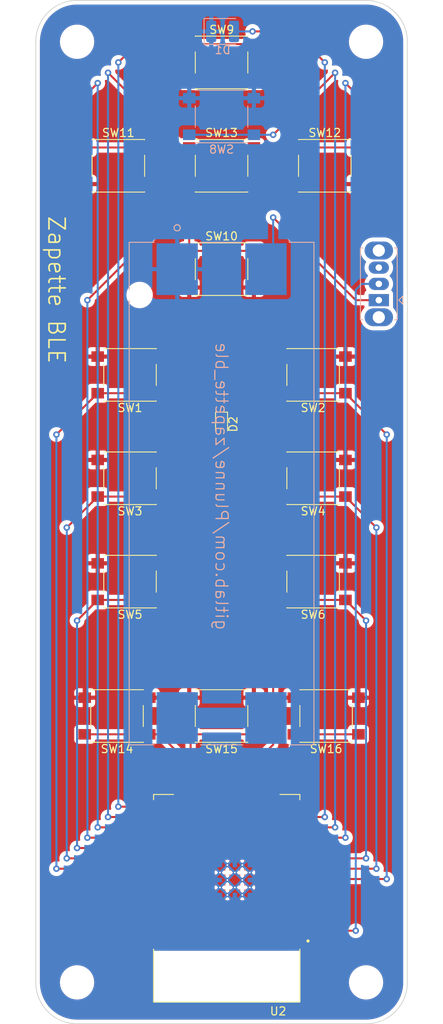
<source format=kicad_pcb>
(kicad_pcb (version 20211014) (generator pcbnew)
  (layers (0 "F.Cu" signal) (31 "B.Cu" signal) (34 "B.Paste" user) (35 "F.Paste" user) (36 "B.SilkS" user "B.Silkscreen") (37 "F.SilkS" user "F.Silkscreen") (38 "B.Mask" user) (39 "F.Mask" user) (44 "Edge.Cuts" user))
  (net 0 "")
  (net 1 "GND")
  (net 2 "/LASER_DIODE")
  (net 3 "/LED_BT")
  (net 4 "/SW_1")
  (net 5 "/SW_2")
  (net 6 "/SW_3")
  (net 7 "/SW_4")
  (net 8 "/SW_5")
  (net 9 "/SW_6")
  (net 10 "VCC")
  (net 12 "/LASER_BUTTON")
  (net 13 "/ARROW_UP")
  (net 14 "/ARROW_DOWN")
  (net 15 "/ARROW_LEFT")
  (net 16 "/ARROW_RIGHT")
  (net 17 "/ARROW_OK")
  (net 18 "/MEDIA_PREV")
  (net 19 "/MEDIA_PLAY")
  (net 20 "/MEDIA_NEXT")
  (net 21 "Net-(U1-Pad2)")
  (net 39 "Net-(U1-Pad3)")
  (footprint "MountingHole:MountingHole_3.2mm_M3" (layer "F.Cu") (at 127 39.37)
    (fp_text reference "REF**" hide)
    (fp_text value "MountingHole_3.2mm_M3")
    (pad "" np_thru_hole circle (at 0 0) (size 3.2 3.2) (drill 3.2) (layers *.Cu *.Mask))
  )
  (footprint "Button_Switch_SMD:SW_Push_1P1T_NO_6x6mm_H9.5mm" (layer "F.Cu") (at 144.78 41.91)
    (fp_text reference "SW9" (at 0.024691 -4.015047) (layer "F.SilkS"))
    (fp_text value "SW_Push")
    (fp_line (start 3.23 -1.3) (end 3.23 1.3) (layer "F.SilkS") (width 0.12))
    (fp_line (start -3.23 3.23) (end -3.23 3.2) (layer "F.SilkS") (width 0.12))
    (fp_line (start 3.23 3.23) (end 3.23 3.2) (layer "F.SilkS") (width 0.12))
    (fp_line (start -3.23 -1.3) (end -3.23 1.3) (layer "F.SilkS") (width 0.12))
    (fp_line (start -3.23 -3.2) (end -3.23 -3.23) (layer "F.SilkS") (width 0.12))
    (fp_line (start 3.23 -3.23) (end 3.23 -3.2) (layer "F.SilkS") (width 0.12))
    (fp_line (start -3.23 3.23) (end 3.23 3.23) (layer "F.SilkS") (width 0.12))
    (fp_line (start -3.23 -3.23) (end 3.23 -3.23) (layer "F.SilkS") (width 0.12))
    (pad "1" smd rect (at 3.975 -2.25) (size 1.55 1.3) (layers "F.Cu" "F.Paste" "F.Mask") (net 13 "/ARROW_UP"))
    (pad "1" smd rect (at -3.975 -2.25) (size 1.55 1.3) (layers "F.Cu" "F.Paste" "F.Mask") (net 13 "/ARROW_UP"))
    (pad "2" smd rect (at -3.975 2.25) (size 1.55 1.3) (layers "F.Cu" "F.Paste" "F.Mask") (net 1 "GND"))
    (pad "2" smd rect (at 3.975 2.25) (size 1.55 1.3) (layers "F.Cu" "F.Paste" "F.Mask") (net 1 "GND"))
  )
  (footprint "MountingHole:MountingHole_3.2mm_M3" (layer "F.Cu") (at 162.56 154.94)
    (fp_text reference "REF**" hide)
    (fp_text value "MountingHole_3.2mm_M3")
    (pad "" np_thru_hole circle (at 0 0) (size 3.2 3.2) (drill 3.2) (layers *.Cu *.Mask))
  )
  (footprint "Button_Switch_SMD:SW_Push_1P1T_NO_6x6mm_H9.5mm" (layer "F.Cu") (at 157.48 54.61)
    (fp_text reference "SW12" (at 0 -4.05) (layer "F.SilkS"))
    (fp_text value "SW_Push")
    (fp_line (start 3.23 3.23) (end 3.23 3.2) (layer "F.SilkS") (width 0.12))
    (fp_line (start -3.23 3.23) (end -3.23 3.2) (layer "F.SilkS") (width 0.12))
    (fp_line (start -3.23 -1.3) (end -3.23 1.3) (layer "F.SilkS") (width 0.12))
    (fp_line (start -3.23 -3.23) (end 3.23 -3.23) (layer "F.SilkS") (width 0.12))
    (fp_line (start 3.23 -3.23) (end 3.23 -3.2) (layer "F.SilkS") (width 0.12))
    (fp_line (start -3.23 3.23) (end 3.23 3.23) (layer "F.SilkS") (width 0.12))
    (fp_line (start 3.23 -1.3) (end 3.23 1.3) (layer "F.SilkS") (width 0.12))
    (fp_line (start -3.23 -3.2) (end -3.23 -3.23) (layer "F.SilkS") (width 0.12))
    (pad "1" smd rect (at -3.975 -2.25) (size 1.55 1.3) (layers "F.Cu" "F.Paste" "F.Mask") (net 16 "/ARROW_RIGHT"))
    (pad "1" smd rect (at 3.975 -2.25) (size 1.55 1.3) (layers "F.Cu" "F.Paste" "F.Mask") (net 16 "/ARROW_RIGHT"))
    (pad "2" smd rect (at 3.975 2.25) (size 1.55 1.3) (layers "F.Cu" "F.Paste" "F.Mask") (net 1 "GND"))
    (pad "2" smd rect (at -3.975 2.25) (size 1.55 1.3) (layers "F.Cu" "F.Paste" "F.Mask") (net 1 "GND"))
  )
  (footprint "Button_Switch_SMD:SW_Push_1P1T_NO_6x6mm_H9.5mm" (layer "F.Cu") (at 144.78 54.61)
    (fp_text reference "SW13" (at 0 -4.05) (layer "F.SilkS"))
    (fp_text value "SW_Push")
    (fp_line (start 3.23 -3.23) (end 3.23 -3.2) (layer "F.SilkS") (width 0.12))
    (fp_line (start -3.23 -1.3) (end -3.23 1.3) (layer "F.SilkS") (width 0.12))
    (fp_line (start 3.23 -1.3) (end 3.23 1.3) (layer "F.SilkS") (width 0.12))
    (fp_line (start 3.23 3.23) (end 3.23 3.2) (layer "F.SilkS") (width 0.12))
    (fp_line (start -3.23 3.23) (end -3.23 3.2) (layer "F.SilkS") (width 0.12))
    (fp_line (start -3.23 3.23) (end 3.23 3.23) (layer "F.SilkS") (width 0.12))
    (fp_line (start -3.23 -3.2) (end -3.23 -3.23) (layer "F.SilkS") (width 0.12))
    (fp_line (start -3.23 -3.23) (end 3.23 -3.23) (layer "F.SilkS") (width 0.12))
    (pad "1" smd rect (at 3.975 -2.25) (size 1.55 1.3) (layers "F.Cu" "F.Paste" "F.Mask") (net 17 "/ARROW_OK"))
    (pad "1" smd rect (at -3.975 -2.25) (size 1.55 1.3) (layers "F.Cu" "F.Paste" "F.Mask") (net 17 "/ARROW_OK"))
    (pad "2" smd rect (at 3.975 2.25) (size 1.55 1.3) (layers "F.Cu" "F.Paste" "F.Mask") (net 1 "GND"))
    (pad "2" smd rect (at -3.975 2.25) (size 1.55 1.3) (layers "F.Cu" "F.Paste" "F.Mask") (net 1 "GND"))
  )
  (footprint "Button_Switch_SMD:SW_Push_1P1T_NO_6x6mm_H9.5mm" (layer "F.Cu") (at 156.045 105.7 180)
    (fp_text reference "SW6" (at 0 -4.05) (layer "F.SilkS"))
    (fp_text value "SW_Push")
    (fp_line (start -3.23 3.23) (end -3.23 3.2) (layer "F.SilkS") (width 0.12))
    (fp_line (start -3.23 -1.3) (end -3.23 1.3) (layer "F.SilkS") (width 0.12))
    (fp_line (start -3.23 -3.2) (end -3.23 -3.23) (layer "F.SilkS") (width 0.12))
    (fp_line (start 3.23 3.23) (end 3.23 3.2) (layer "F.SilkS") (width 0.12))
    (fp_line (start -3.23 3.23) (end 3.23 3.23) (layer "F.SilkS") (width 0.12))
    (fp_line (start -3.23 -3.23) (end 3.23 -3.23) (layer "F.SilkS") (width 0.12))
    (fp_line (start 3.23 -1.3) (end 3.23 1.3) (layer "F.SilkS") (width 0.12))
    (fp_line (start 3.23 -3.23) (end 3.23 -3.2) (layer "F.SilkS") (width 0.12))
    (pad "1" smd rect (at -3.975 -2.25 180) (size 1.55 1.3) (layers "F.Cu" "F.Paste" "F.Mask") (net 9 "/SW_6"))
    (pad "1" smd rect (at 3.975 -2.25 180) (size 1.55 1.3) (layers "F.Cu" "F.Paste" "F.Mask") (net 9 "/SW_6"))
    (pad "2" smd rect (at -3.975 2.25 180) (size 1.55 1.3) (layers "F.Cu" "F.Paste" "F.Mask") (net 1 "GND"))
    (pad "2" smd rect (at 3.975 2.25 180) (size 1.55 1.3) (layers "F.Cu" "F.Paste" "F.Mask") (net 1 "GND"))
  )
  (footprint "Button_Switch_SMD:SW_Push_1P1T_NO_6x6mm_H9.5mm" (layer "F.Cu") (at 157.645 122.21 180)
    (fp_text reference "SW16" (at 0 -4.05) (layer "F.SilkS"))
    (fp_text value "SW_Push")
    (fp_line (start -3.23 -3.2) (end -3.23 -3.23) (layer "F.SilkS") (width 0.12))
    (fp_line (start 3.23 3.23) (end 3.23 3.2) (layer "F.SilkS") (width 0.12))
    (fp_line (start -3.23 -3.23) (end 3.23 -3.23) (layer "F.SilkS") (width 0.12))
    (fp_line (start -3.23 3.23) (end -3.23 3.2) (layer "F.SilkS") (width 0.12))
    (fp_line (start -3.23 -1.3) (end -3.23 1.3) (layer "F.SilkS") (width 0.12))
    (fp_line (start 3.23 -1.3) (end 3.23 1.3) (layer "F.SilkS") (width 0.12))
    (fp_line (start -3.23 3.23) (end 3.23 3.23) (layer "F.SilkS") (width 0.12))
    (fp_line (start 3.23 -3.23) (end 3.23 -3.2) (layer "F.SilkS") (width 0.12))
    (pad "1" smd rect (at 3.975 -2.25 180) (size 1.55 1.3) (layers "F.Cu" "F.Paste" "F.Mask") (net 20 "/MEDIA_NEXT"))
    (pad "1" smd rect (at -3.975 -2.25 180) (size 1.55 1.3) (layers "F.Cu" "F.Paste" "F.Mask") (net 20 "/MEDIA_NEXT"))
    (pad "2" smd rect (at 3.975 2.25 180) (size 1.55 1.3) (layers "F.Cu" "F.Paste" "F.Mask") (net 1 "GND"))
    (pad "2" smd rect (at -3.975 2.25 180) (size 1.55 1.3) (layers "F.Cu" "F.Paste" "F.Mask") (net 1 "GND"))
  )
  (footprint "LED_SMD:LED_0603_1608Metric" (layer "F.Cu") (at 144.78 86.36 -90)
    (fp_text reference "D2" (at 0 -1.43 90) (layer "F.SilkS"))
    (fp_text value "LED")
    (fp_line (start -1.485 -0.735) (end -1.485 0.735) (layer "F.SilkS") (width 0.12))
    (fp_line (start 0.8 -0.735) (end -1.485 -0.735) (layer "F.SilkS") (width 0.12))
    (fp_line (start -1.485 0.735) (end 0.8 0.735) (layer "F.SilkS") (width 0.12))
    (pad "1" smd roundrect (at -0.7875 0 270) (size 0.875 0.95) (layers "F.Cu" "F.Paste" "F.Mask") (net 1 "GND"))
    (pad "2" smd roundrect (at 0.7875 0 270) (size 0.875 0.95) (layers "F.Cu" "F.Paste" "F.Mask") (net 3 "/LED_BT"))
  )
  (footprint "Button_Switch_SMD:SW_Push_1P1T_NO_6x6mm_H9.5mm" (layer "F.Cu") (at 133.515 93 180)
    (fp_text reference "SW3" (at 0 -4.05) (layer "F.SilkS"))
    (fp_text value "SW_Push")
    (fp_line (start -3.23 -3.23) (end 3.23 -3.23) (layer "F.SilkS") (width 0.12))
    (fp_line (start 3.23 -3.23) (end 3.23 -3.2) (layer "F.SilkS") (width 0.12))
    (fp_line (start -3.23 -1.3) (end -3.23 1.3) (layer "F.SilkS") (width 0.12))
    (fp_line (start -3.23 3.23) (end -3.23 3.2) (layer "F.SilkS") (width 0.12))
    (fp_line (start -3.23 -3.2) (end -3.23 -3.23) (layer "F.SilkS") (width 0.12))
    (fp_line (start -3.23 3.23) (end 3.23 3.23) (layer "F.SilkS") (width 0.12))
    (fp_line (start 3.23 -1.3) (end 3.23 1.3) (layer "F.SilkS") (width 0.12))
    (fp_line (start 3.23 3.23) (end 3.23 3.2) (layer "F.SilkS") (width 0.12))
    (pad "1" smd rect (at 3.975 -2.25 180) (size 1.55 1.3) (layers "F.Cu" "F.Paste" "F.Mask") (net 6 "/SW_3"))
    (pad "1" smd rect (at -3.975 -2.25 180) (size 1.55 1.3) (layers "F.Cu" "F.Paste" "F.Mask") (net 6 "/SW_3"))
    (pad "2" smd rect (at 3.975 2.25 180) (size 1.55 1.3) (layers "F.Cu" "F.Paste" "F.Mask") (net 1 "GND"))
    (pad "2" smd rect (at -3.975 2.25 180) (size 1.55 1.3) (layers "F.Cu" "F.Paste" "F.Mask") (net 1 "GND"))
  )
  (footprint "Button_Switch_SMD:SW_Push_1P1T_NO_6x6mm_H9.5mm" (layer "F.Cu") (at 144.78 67.31)
    (fp_text reference "SW10" (at 0 -4.05) (layer "F.SilkS"))
    (fp_text value "SW_Push")
    (fp_line (start -3.23 3.23) (end -3.23 3.2) (layer "F.SilkS") (width 0.12))
    (fp_line (start -3.23 -1.3) (end -3.23 1.3) (layer "F.SilkS") (width 0.12))
    (fp_line (start 3.23 3.23) (end 3.23 3.2) (layer "F.SilkS") (width 0.12))
    (fp_line (start -3.23 -3.23) (end 3.23 -3.23) (layer "F.SilkS") (width 0.12))
    (fp_line (start 3.23 -3.23) (end 3.23 -3.2) (layer "F.SilkS") (width 0.12))
    (fp_line (start 3.23 -1.3) (end 3.23 1.3) (layer "F.SilkS") (width 0.12))
    (fp_line (start -3.23 -3.2) (end -3.23 -3.23) (layer "F.SilkS") (width 0.12))
    (fp_line (start -3.23 3.23) (end 3.23 3.23) (layer "F.SilkS") (width 0.12))
    (pad "1" smd rect (at 3.975 -2.25) (size 1.55 1.3) (layers "F.Cu" "F.Paste" "F.Mask") (net 14 "/ARROW_DOWN"))
    (pad "1" smd rect (at -3.975 -2.25) (size 1.55 1.3) (layers "F.Cu" "F.Paste" "F.Mask") (net 14 "/ARROW_DOWN"))
    (pad "2" smd rect (at -3.975 2.25) (size 1.55 1.3) (layers "F.Cu" "F.Paste" "F.Mask") (net 1 "GND"))
    (pad "2" smd rect (at 3.975 2.25) (size 1.55 1.3) (layers "F.Cu" "F.Paste" "F.Mask") (net 1 "GND"))
  )
  (footprint "Button_Switch_SMD:SW_Push_1P1T_NO_6x6mm_H9.5mm" (layer "F.Cu") (at 131.915 122.21 180)
    (fp_text reference "SW14" (at 0 -4.05) (layer "F.SilkS"))
    (fp_text value "SW_Push")
    (fp_line (start 3.23 -3.23) (end 3.23 -3.2) (layer "F.SilkS") (width 0.12))
    (fp_line (start 3.23 3.23) (end 3.23 3.2) (layer "F.SilkS") (width 0.12))
    (fp_line (start 3.23 -1.3) (end 3.23 1.3) (layer "F.SilkS") (width 0.12))
    (fp_line (start -3.23 -3.2) (end -3.23 -3.23) (layer "F.SilkS") (width 0.12))
    (fp_line (start -3.23 3.23) (end 3.23 3.23) (layer "F.SilkS") (width 0.12))
    (fp_line (start -3.23 -3.23) (end 3.23 -3.23) (layer "F.SilkS") (width 0.12))
    (fp_line (start -3.23 -1.3) (end -3.23 1.3) (layer "F.SilkS") (width 0.12))
    (fp_line (start -3.23 3.23) (end -3.23 3.2) (layer "F.SilkS") (width 0.12))
    (pad "1" smd rect (at -3.975 -2.25 180) (size 1.55 1.3) (layers "F.Cu" "F.Paste" "F.Mask") (net 18 "/MEDIA_PREV"))
    (pad "1" smd rect (at 3.975 -2.25 180) (size 1.55 1.3) (layers "F.Cu" "F.Paste" "F.Mask") (net 18 "/MEDIA_PREV"))
    (pad "2" smd rect (at 3.975 2.25 180) (size 1.55 1.3) (layers "F.Cu" "F.Paste" "F.Mask") (net 1 "GND"))
    (pad "2" smd rect (at -3.975 2.25 180) (size 1.55 1.3) (layers "F.Cu" "F.Paste" "F.Mask") (net 1 "GND"))
  )
  (footprint "Button_Switch_SMD:SW_Push_1P1T_NO_6x6mm_H9.5mm" (layer "F.Cu") (at 156.045 93 180)
    (fp_text reference "SW4" (at 0 -4.05) (layer "F.SilkS"))
    (fp_text value "SW_Push")
    (fp_line (start 3.23 -1.3) (end 3.23 1.3) (layer "F.SilkS") (width 0.12))
    (fp_line (start -3.23 3.23) (end 3.23 3.23) (layer "F.SilkS") (width 0.12))
    (fp_line (start 3.23 -3.23) (end 3.23 -3.2) (layer "F.SilkS") (width 0.12))
    (fp_line (start 3.23 3.23) (end 3.23 3.2) (layer "F.SilkS") (width 0.12))
    (fp_line (start -3.23 -3.23) (end 3.23 -3.23) (layer "F.SilkS") (width 0.12))
    (fp_line (start -3.23 -3.2) (end -3.23 -3.23) (layer "F.SilkS") (width 0.12))
    (fp_line (start -3.23 -1.3) (end -3.23 1.3) (layer "F.SilkS") (width 0.12))
    (fp_line (start -3.23 3.23) (end -3.23 3.2) (layer "F.SilkS") (width 0.12))
    (pad "1" smd rect (at 3.975 -2.25 180) (size 1.55 1.3) (layers "F.Cu" "F.Paste" "F.Mask") (net 7 "/SW_4"))
    (pad "1" smd rect (at -3.975 -2.25 180) (size 1.55 1.3) (layers "F.Cu" "F.Paste" "F.Mask") (net 7 "/SW_4"))
    (pad "2" smd rect (at -3.975 2.25 180) (size 1.55 1.3) (layers "F.Cu" "F.Paste" "F.Mask") (net 1 "GND"))
    (pad "2" smd rect (at 3.975 2.25 180) (size 1.55 1.3) (layers "F.Cu" "F.Paste" "F.Mask") (net 1 "GND"))
  )
  (footprint "Custom:MODULE_ESP32-WROOM-32" (layer "F.Cu") (at 145.415 144.6 180)
    (fp_text reference "U2" (at -6.325 -13.885 180) (layer "F.SilkS"))
    (fp_text value "ESP32-WROOM-32")
    (fp_line (start 6.55 12.75) (end 9 12.75) (layer "F.SilkS") (width 0.127))
    (fp_line (start 9 -12.75) (end 9 -6.25) (layer "F.SilkS") (width 0.127))
    (fp_line (start -9 12.1) (end -9 12.75) (layer "F.SilkS") (width 0.127))
    (fp_line (start -9 -6.25) (end -9 -12.75) (layer "F.SilkS") (width 0.127))
    (fp_line (start -9 -12.75) (end 9 -12.75) (layer "F.SilkS") (width 0.127))
    (fp_line (start 9 12.75) (end 9 12.1) (layer "F.SilkS") (width 0.127))
    (fp_line (start -9 12.75) (end -6.55 12.75) (layer "F.SilkS") (width 0.127))
    (fp_circle (center -10 -5.25) (end -9.9 -5.25) (layer "F.SilkS") (width 0.2) (fill none))
    (pad "1" smd rect locked (at -8.5 -5.26 180) (size 2 0.9) (layers "F.Cu" "F.Paste" "F.Mask") (net 1 "GND"))
    (pad "2" smd rect locked (at -8.5 -3.99 180) (size 2 0.9) (layers "F.Cu" "F.Paste" "F.Mask") (net 10 "VCC"))
    (pad "3" smd rect locked (at -8.5 -2.72 180) (size 2 0.9) (layers "F.Cu" "F.Paste" "F.Mask"))
    (pad "4" smd rect locked (at -8.5 -1.45 180) (size 2 0.9) (layers "F.Cu" "F.Paste" "F.Mask"))
    (pad "5" smd rect locked (at -8.5 -0.18 180) (size 2 0.9) (layers "F.Cu" "F.Paste" "F.Mask"))
    (pad "6" smd rect locked (at -8.5 1.09 180) (size 2 0.9) (layers "F.Cu" "F.Paste" "F.Mask"))
    (pad "7" smd rect locked (at -8.5 2.36 180) (size 2 0.9) (layers "F.Cu" "F.Paste" "F.Mask") (net 5 "/SW_2"))
    (pad "8" smd rect locked (at -8.5 3.63 180) (size 2 0.9) (layers "F.Cu" "F.Paste" "F.Mask") (net 7 "/SW_4"))
    (pad "9" smd rect locked (at -8.5 4.9 180) (size 2 0.9) (layers "F.Cu" "F.Paste" "F.Mask") (net 9 "/SW_6"))
    (pad "10" smd rect locked (at -8.5 6.17 180) (size 2 0.9) (layers "F.Cu" "F.Paste" "F.Mask"))
    (pad "11" smd rect locked (at -8.5 7.44 180) (size 2 0.9) (layers "F.Cu" "F.Paste" "F.Mask") (net 16 "/ARROW_RIGHT"))
    (pad "12" smd rect locked (at -8.5 8.71 180) (size 2 0.9) (layers "F.Cu" "F.Paste" "F.Mask") (net 12 "/LASER_BUTTON"))
    (pad "13" smd rect locked (at -8.5 9.98 180) (size 2 0.9) (layers "F.Cu" "F.Paste" "F.Mask") (net 2 "/LASER_DIODE"))
    (pad "14" smd rect locked (at -8.5 11.25 180) (size 2 0.9) (layers "F.Cu" "F.Paste" "F.Mask") (net 20 "/MEDIA_NEXT"))
    (pad "15" smd rect locked (at -5.715 12.25 180) (size 0.9 2) (layers "F.Cu" "F.Paste" "F.Mask") (net 1 "GND"))
    (pad "16" smd rect locked (at -4.445 12.25 180) (size 0.9 2) (layers "F.Cu" "F.Paste" "F.Mask") (net 3 "/LED_BT"))
    (pad "17" smd rect locked (at -3.175 12.25 180) (size 0.9 2) (layers "F.Cu" "F.Paste" "F.Mask"))
    (pad "18" smd rect locked (at -1.905 12.25 180) (size 0.9 2) (layers "F.Cu" "F.Paste" "F.Mask"))
    (pad "19" smd rect locked (at -0.635 12.25 180) (size 0.9 2) (layers "F.Cu" "F.Paste" "F.Mask"))
    (pad "20" smd rect locked (at 0.635 12.25 180) (size 0.9 2) (layers "F.Cu" "F.Paste" "F.Mask"))
    (pad "21" smd rect locked (at 1.905 12.25 180) (size 0.9 2) (layers "F.Cu" "F.Paste" "F.Mask"))
    (pad "22" smd rect locked (at 3.175 12.25 180) (size 0.9 2) (layers "F.Cu" "F.Paste" "F.Mask"))
    (pad "23" smd rect locked (at 4.445 12.25 180) (size 0.9 2) (layers "F.Cu" "F.Paste" "F.Mask") (net 19 "/MEDIA_PLAY"))
    (pad "24" smd rect locked (at 5.715 12.25 180) (size 0.9 2) (layers "F.Cu" "F.Paste" "F.Mask") (net 18 "/MEDIA_PREV"))
    (pad "25" smd rect locked (at 8.5 11.25 180) (size 2 0.9) (layers "F.Cu" "F.Paste" "F.Mask") (net 13 "/ARROW_UP"))
    (pad "26" smd rect locked (at 8.5 9.98 180) (size 2 0.9) (layers "F.Cu" "F.Paste" "F.Mask") (net 17 "/ARROW_OK"))
    (pad "27" smd rect locked (at 8.5 8.71 180) (size 2 0.9) (layers "F.Cu" "F.Paste" "F.Mask") (net 15 "/ARROW_LEFT"))
    (pad "28" smd rect locked (at 8.5 7.44 180) (size 2 0.9) (layers "F.Cu" "F.Paste" "F.Mask") (net 14 "/ARROW_DOWN"))
    (pad "29" smd rect locked (at 8.5 6.17 180) (size 2 0.9) (layers "F.Cu" "F.Paste" "F.Mask") (net 8 "/SW_5"))
    (pad "30" smd rect locked (at 8.5 4.9 180) (size 2 0.9) (layers "F.Cu" "F.Paste" "F.Mask") (net 6 "/SW_3"))
    (pad "31" smd rect locked (at 8.5 3.63 180) (size 2 0.9) (layers "F.Cu" "F.Paste" "F.Mask") (net 4 "/SW_1"))
    (pad "32" smd rect locked (at 8.5 2.36 180) (size 2 0.9) (layers "F.Cu" "F.Paste" "F.Mask"))
    (pad "33" smd rect locked (at 8.5 1.09 180) (size 2 0.9) (layers "F.Cu" "F.Paste" "F.Mask"))
    (pad "34" smd rect locked (at 8.5 -0.18 180) (size 2 0.9) (layers "F.Cu" "F.Paste" "F.Mask"))
    (pad "35" smd rect locked (at 8.5 -1.45 180) (size 2 0.9) (layers "F.Cu" "F.Paste" "F.Mask"))
    (pad "36" smd rect locked (at 8.5 -2.72 180) (size 2 0.9) (layers "F.Cu" "F.Paste" "F.Mask"))
    (pad "37" smd rect locked (at 8.5 -3.99 180) (size 2 0.9) (layers "F.Cu" "F.Paste" "F.Mask"))
    (pad "38" smd rect locked (at 8.5 -5.26 180) (size 2 0.9) (layers "F.Cu" "F.Paste" "F.Mask") (net 1 "GND"))
    (pad "39_1" smd rect locked (at -2.835 0.405 180) (size 1.33 1.33) (layers "F.Cu" "F.Paste" "F.Mask") (net 1 "GND"))
    (pad "39_2" smd rect locked (at -1 0.405 180) (size 1.33 1.33) (layers "F.Cu" "F.Paste" "F.Mask") (net 1 "GND"))
    (pad "39_3" smd rect locked (at 0.835 0.405 180) (size 1.33 1.33) (layers "F.Cu" "F.Paste" "F.Mask") (net 1 "GND"))
    (pad "39_4" smd rect locked (at -2.835 2.24 180) (size 1.33 1.33) (layers "F.Cu" "F.Paste" "F.Mask") (net 1 "GND"))
    (pad "39_5" smd rect locked (at -1 2.24 180) (size 1.33 1.33) (layers "F.Cu" "F.Paste" "F.Mask") (net 1 "GND"))
    (pad "39_6" smd rect locked (at 0.835 2.24 180) (size 1.33 1.33) (layers "F.Cu" "F.Paste" "F.Mask") (net 1 "GND"))
    (pad "39_7" smd rect locked (at -2.835 4.075 180) (size 1.33 1.33) (layers "F.Cu" "F.Paste" "F.Mask") (net 1 "GND"))
    (pad "39_8" smd rect locked (at -1 4.075 180) (size 1.33 1.33) (layers "F.Cu" "F.Paste" "F.Mask") (net 1 "GND"))
    (pad "39_9" smd rect locked (at 0.835 4.075 180) (size 1.33 1.33) (layers "F.Cu" "F.Paste" "F.Mask") (net 1 "GND"))
    (pad "39_10" thru_hole circle locked (at -1.9175 0.405 180) (size 0.3 0.3) (drill 0.2) (layers *.Cu *.Mask) (net 1 "GND"))
    (pad "39_11" thru_hole circle locked (at -0.0825 0.405 180) (size 0.3 0.3) (drill 0.2) (layers *.Cu *.Mask) (net 1 "GND"))
    (pad "39_12" thru_hole circle locked (at -2.835 1.3225 180) (size 0.3 0.3) (drill 0.2) (layers *.Cu *.Mask) (net 1 "GND"))
    (pad "39_13" thru_hole circle locked (at -1 1.3225 180) (size 0.3 0.3) (drill 0.2) (layers *.Cu *.Mask) (net 1 "GND"))
    (pad "39_14" thru_hole circle locked (at 0.835 1.3225 180) (size 0.3 0.3) (drill 0.2) (layers *.Cu *.Mask) (net 1 "GND"))
    (pad "39_15" thru_hole circle locked (at -1.9175 2.24 180) (size 0.3 0.3) (drill 0.2) (layers *.Cu *.Mask) (net 1 "GND"))
    (pad "39_16" thru_hole circle locked (at -0.0825 2.24 180) (size 0.3 0.3) (drill 0.2) (layers *.Cu *.Mask) (net 1 "GND"))
    (pad "39_17" thru_hole circle locked (at -2.835 3.1575 180) (size 0.3 0.3) (drill 0.2) (layers *.Cu *.Mask) (net 1 "GND"))
    (pad "39_18" thru_hole circle locked (at -1 3.1575 180) (size 0.3 0.3) (drill 0.2) (layers *.Cu *.Mask) (net 1 "GND"))
    (pad "39_19" thru_hole circle locked (at 0.835 3.1575 180) (size 0.3 0.3) (drill 0.2) (layers *.Cu *.Mask) (net 1 "GND"))
    (pad "39_20" thru_hole circle locked (at -1.9175 4.075 180) (size 0.3 0.3) (drill 0.2) (layers *.Cu *.Mask) (net 1 "GND"))
    (pad "39_21" thru_hole circle locked (at -0.0825 4.075 180) (size 0.3 0.3) (drill 0.2) (layers *.Cu *.Mask) (net 1 "GND"))
    (zone (net 0) (net_name "") (layer "F.Cu") (connect_pads (clearance 0)) (min_thickness 0.01)
      (keepout (tracks not_allowed) (vias not_allowed) (pads not_allowed) (copperpour not_allowed) (footprints allowed))
      (fill (thermal_gap 0.508) (thermal_bridge_width 0.508))
      (polygon (pts (xy 154.415 157.35) (xy 136.415 157.35) (xy 136.415 151.05) (xy 154.415 151.05)))
    )
    (zone (net 0) (net_name "") (layer "B.Cu") (connect_pads (clearance 0)) (min_thickness 0.01)
      (keepout (tracks not_allowed) (vias not_allowed) (pads not_allowed) (copperpour not_allowed) (footprints allowed))
      (fill (thermal_gap 0.508) (thermal_bridge_width 0.508))
      (polygon (pts (xy 154.415 157.35) (xy 136.415 157.35) (xy 136.415 151.05) (xy 154.415 151.05)))
    )
  )
  (footprint "Button_Switch_SMD:SW_Push_1P1T_NO_6x6mm_H9.5mm" (layer "F.Cu") (at 144.78 122.21 180)
    (fp_text reference "SW15" (at 0 -4.05) (layer "F.SilkS"))
    (fp_text value "SW_Push")
    (fp_line (start 3.23 3.23) (end 3.23 3.2) (layer "F.SilkS") (width 0.12))
    (fp_line (start 3.23 -1.3) (end 3.23 1.3) (layer "F.SilkS") (width 0.12))
    (fp_line (start 3.23 -3.23) (end 3.23 -3.2) (layer "F.SilkS") (width 0.12))
    (fp_line (start -3.23 3.23) (end -3.23 3.2) (layer "F.SilkS") (width 0.12))
    (fp_line (start -3.23 -3.23) (end 3.23 -3.23) (layer "F.SilkS") (width 0.12))
    (fp_line (start -3.23 3.23) (end 3.23 3.23) (layer "F.SilkS") (width 0.12))
    (fp_line (start -3.23 -3.2) (end -3.23 -3.23) (layer "F.SilkS") (width 0.12))
    (fp_line (start -3.23 -1.3) (end -3.23 1.3) (layer "F.SilkS") (width 0.12))
    (pad "1" smd rect (at -3.975 -2.25 180) (size 1.55 1.3) (layers "F.Cu" "F.Paste" "F.Mask") (net 19 "/MEDIA_PLAY"))
    (pad "1" smd rect (at 3.975 -2.25 180) (size 1.55 1.3) (layers "F.Cu" "F.Paste" "F.Mask") (net 19 "/MEDIA_PLAY"))
    (pad "2" smd rect (at -3.975 2.25 180) (size 1.55 1.3) (layers "F.Cu" "F.Paste" "F.Mask") (net 1 "GND"))
    (pad "2" smd rect (at 3.975 2.25 180) (size 1.55 1.3) (layers "F.Cu" "F.Paste" "F.Mask") (net 1 "GND"))
  )
  (footprint "Button_Switch_SMD:SW_Push_1P1T_NO_6x6mm_H9.5mm" (layer "F.Cu") (at 156.045 80.3 180)
    (fp_text reference "SW2" (at 0 -4.05) (layer "F.SilkS"))
    (fp_text value "SW_Push")
    (fp_line (start 3.23 3.23) (end 3.23 3.2) (layer "F.SilkS") (width 0.12))
    (fp_line (start 3.23 -1.3) (end 3.23 1.3) (layer "F.SilkS") (width 0.12))
    (fp_line (start -3.23 -1.3) (end -3.23 1.3) (layer "F.SilkS") (width 0.12))
    (fp_line (start -3.23 3.23) (end -3.23 3.2) (layer "F.SilkS") (width 0.12))
    (fp_line (start -3.23 -3.2) (end -3.23 -3.23) (layer "F.SilkS") (width 0.12))
    (fp_line (start 3.23 -3.23) (end 3.23 -3.2) (layer "F.SilkS") (width 0.12))
    (fp_line (start -3.23 -3.23) (end 3.23 -3.23) (layer "F.SilkS") (width 0.12))
    (fp_line (start -3.23 3.23) (end 3.23 3.23) (layer "F.SilkS") (width 0.12))
    (pad "1" smd rect (at -3.975 -2.25 180) (size 1.55 1.3) (layers "F.Cu" "F.Paste" "F.Mask") (net 5 "/SW_2"))
    (pad "1" smd rect (at 3.975 -2.25 180) (size 1.55 1.3) (layers "F.Cu" "F.Paste" "F.Mask") (net 5 "/SW_2"))
    (pad "2" smd rect (at -3.975 2.25 180) (size 1.55 1.3) (layers "F.Cu" "F.Paste" "F.Mask") (net 1 "GND"))
    (pad "2" smd rect (at 3.975 2.25 180) (size 1.55 1.3) (layers "F.Cu" "F.Paste" "F.Mask") (net 1 "GND"))
  )
  (footprint "MountingHole:MountingHole_3.2mm_M3" (layer "F.Cu") (at 162.56 39.37)
    (fp_text reference "REF**" hide)
    (fp_text value "MountingHole_3.2mm_M3")
    (pad "" np_thru_hole circle (at 0 0) (size 3.2 3.2) (drill 3.2) (layers *.Cu *.Mask))
  )
  (footprint "Button_Switch_SMD:SW_Push_1P1T_NO_6x6mm_H9.5mm" (layer "F.Cu") (at 132.08 54.61)
    (fp_text reference "SW11" (at 0 -4.05) (layer "F.SilkS"))
    (fp_text value "SW_Push")
    (fp_line (start -3.23 -3.2) (end -3.23 -3.23) (layer "F.SilkS") (width 0.12))
    (fp_line (start -3.23 -1.3) (end -3.23 1.3) (layer "F.SilkS") (width 0.12))
    (fp_line (start -3.23 3.23) (end 3.23 3.23) (layer "F.SilkS") (width 0.12))
    (fp_line (start 3.23 3.23) (end 3.23 3.2) (layer "F.SilkS") (width 0.12))
    (fp_line (start 3.23 -1.3) (end 3.23 1.3) (layer "F.SilkS") (width 0.12))
    (fp_line (start -3.23 3.23) (end -3.23 3.2) (layer "F.SilkS") (width 0.12))
    (fp_line (start -3.23 -3.23) (end 3.23 -3.23) (layer "F.SilkS") (width 0.12))
    (fp_line (start 3.23 -3.23) (end 3.23 -3.2) (layer "F.SilkS") (width 0.12))
    (pad "1" smd rect (at 3.975 -2.25) (size 1.55 1.3) (layers "F.Cu" "F.Paste" "F.Mask") (net 15 "/ARROW_LEFT"))
    (pad "1" smd rect (at -3.975 -2.25) (size 1.55 1.3) (layers "F.Cu" "F.Paste" "F.Mask") (net 15 "/ARROW_LEFT"))
    (pad "2" smd rect (at 3.975 2.25) (size 1.55 1.3) (layers "F.Cu" "F.Paste" "F.Mask") (net 1 "GND"))
    (pad "2" smd rect (at -3.975 2.25) (size 1.55 1.3) (layers "F.Cu" "F.Paste" "F.Mask") (net 1 "GND"))
  )
  (footprint "Button_Switch_SMD:SW_Push_1P1T_NO_6x6mm_H9.5mm" (layer "F.Cu") (at 133.515 80.3 180)
    (fp_text reference "SW1" (at 0 -4.05) (layer "F.SilkS"))
    (fp_text value "SW_Push")
    (fp_line (start -3.23 -3.2) (end -3.23 -3.23) (layer "F.SilkS") (width 0.12))
    (fp_line (start -3.23 -3.23) (end 3.23 -3.23) (layer "F.SilkS") (width 0.12))
    (fp_line (start -3.23 3.23) (end 3.23 3.23) (layer "F.SilkS") (width 0.12))
    (fp_line (start -3.23 -1.3) (end -3.23 1.3) (layer "F.SilkS") (width 0.12))
    (fp_line (start 3.23 -3.23) (end 3.23 -3.2) (layer "F.SilkS") (width 0.12))
    (fp_line (start 3.23 -1.3) (end 3.23 1.3) (layer "F.SilkS") (width 0.12))
    (fp_line (start 3.23 3.23) (end 3.23 3.2) (layer "F.SilkS") (width 0.12))
    (fp_line (start -3.23 3.23) (end -3.23 3.2) (layer "F.SilkS") (width 0.12))
    (pad "1" smd rect (at 3.975 -2.25 180) (size 1.55 1.3) (layers "F.Cu" "F.Paste" "F.Mask") (net 4 "/SW_1"))
    (pad "1" smd rect (at -3.975 -2.25 180) (size 1.55 1.3) (layers "F.Cu" "F.Paste" "F.Mask") (net 4 "/SW_1"))
    (pad "2" smd rect (at -3.975 2.25 180) (size 1.55 1.3) (layers "F.Cu" "F.Paste" "F.Mask") (net 1 "GND"))
    (pad "2" smd rect (at 3.975 2.25 180) (size 1.55 1.3) (layers "F.Cu" "F.Paste" "F.Mask") (net 1 "GND"))
  )
  (footprint "Button_Switch_SMD:SW_Push_1P1T_NO_6x6mm_H9.5mm" (layer "F.Cu") (at 133.515 105.7 180)
    (fp_text reference "SW5" (at 0 -4.05) (layer "F.SilkS"))
    (fp_text value "SW_Push")
    (fp_line (start -3.23 -3.23) (end 3.23 -3.23) (layer "F.SilkS") (width 0.12))
    (fp_line (start 3.23 -3.23) (end 3.23 -3.2) (layer "F.SilkS") (width 0.12))
    (fp_line (start 3.23 -1.3) (end 3.23 1.3) (layer "F.SilkS") (width 0.12))
    (fp_line (start 3.23 3.23) (end 3.23 3.2) (layer "F.SilkS") (width 0.12))
    (fp_line (start -3.23 3.23) (end 3.23 3.23) (layer "F.SilkS") (width 0.12))
    (fp_line (start -3.23 3.23) (end -3.23 3.2) (layer "F.SilkS") (width 0.12))
    (fp_line (start -3.23 -3.2) (end -3.23 -3.23) (layer "F.SilkS") (width 0.12))
    (fp_line (start -3.23 -1.3) (end -3.23 1.3) (layer "F.SilkS") (width 0.12))
    (pad "1" smd rect (at -3.975 -2.25 180) (size 1.55 1.3) (layers "F.Cu" "F.Paste" "F.Mask") (net 8 "/SW_5"))
    (pad "1" smd rect (at 3.975 -2.25 180) (size 1.55 1.3) (layers "F.Cu" "F.Paste" "F.Mask") (net 8 "/SW_5"))
    (pad "2" smd rect (at 3.975 2.25 180) (size 1.55 1.3) (layers "F.Cu" "F.Paste" "F.Mask") (net 1 "GND"))
    (pad "2" smd rect (at -3.975 2.25 180) (size 1.55 1.3) (layers "F.Cu" "F.Paste" "F.Mask") (net 1 "GND"))
  )
  (footprint "MountingHole:MountingHole_3.2mm_M3" (layer "F.Cu") (at 127 154.94)
    (fp_text reference "REF**" hide)
    (fp_text value "MountingHole_3.2mm_M3")
    (pad "" np_thru_hole circle (at 0 0) (size 3.2 3.2) (drill 3.2) (layers *.Cu *.Mask))
  )
  (footprint "Button_Switch_THT:SW_Slide_1P2T_CK_OS102011MS2Q" (layer "B.Cu") (at 164.1275 71.12 90)
    (fp_text reference "SW7" hide)
    (fp_text value "SW_SPDT")
    (fp_line (start 6.41 -2.26) (end 6.41 -1.95) (layer "B.SilkS") (width 0.12))
    (fp_line (start -2.41 2.26) (end 6.41 2.26) (layer "B.SilkS") (width 0.12))
    (fp_line (start -2.41 -2.26) (end -2.41 -1.95) (layer "B.SilkS") (width 0.12))
    (fp_line (start -2.41 1.95) (end -2.41 2.26) (layer "B.SilkS") (width 0.12))
    (fp_line (start 6.41 -2.26) (end -2.41 -2.26) (layer "B.SilkS") (width 0.12))
    (fp_line (start 0 2.46) (end 0.5 2.96) (layer "B.SilkS") (width 0.12))
    (fp_line (start 6.41 2.26) (end 6.41 1.95) (layer "B.SilkS") (width 0.12))
    (fp_line (start -0.5 2.96) (end 0 2.46) (layer "B.SilkS") (width 0.12))
    (fp_line (start 0.5 2.96) (end -0.5 2.96) (layer "B.SilkS") (width 0.12))
    (pad "" thru_hole oval (at -2.1 0 90) (size 2.2 3.5) (drill 1.5) (layers *.Cu *.Mask))
    (pad "" thru_hole oval (at 6.1 0 90) (size 2.2 3.5) (drill 1.5) (layers *.Cu *.Mask))
    (pad "1" thru_hole rect (at 0 0 90) (size 1.5 2.5) (drill 0.8) (layers *.Cu *.Mask) (net 39 "Net-(U1-Pad3)"))
    (pad "2" thru_hole oval (at 2 0 90) (size 1.5 2.5) (drill 0.8) (layers *.Cu *.Mask) (net 10 "VCC"))
    (pad "3" thru_hole oval (at 4 0 90) (size 1.5 2.5) (drill 0.8) (layers *.Cu *.Mask))
  )
  (footprint "LED_SMD:LED_1210_3225Metric" (layer "B.Cu") (at 144.91 38.1)
    (fp_text reference "D1" (at 0 2.28) (layer "B.SilkS") (effects (justify mirror)))
    (fp_text value "LED")
    (fp_line (start -2.285 1.585) (end -2.285 -1.585) (layer "B.SilkS") (width 0.12))
    (fp_line (start 1.6 1.585) (end -2.285 1.585) (layer "B.SilkS") (width 0.12))
    (fp_line (start -2.285 -1.585) (end 1.6 -1.585) (layer "B.SilkS") (width 0.12))
    (pad "1" smd roundrect (at -1.4 0) (size 1.25 2.65) (layers "B.Cu" "B.Paste" "B.Mask") (roundrect_rratio 0.2) (net 1 "GND"))
    (pad "2" smd roundrect (at 1.4 0) (size 1.25 2.65) (layers "B.Cu" "B.Paste" "B.Mask") (roundrect_rratio 0.2) (net 2 "/LASER_DIODE"))
  )
  (footprint "Custom:1022" (layer "B.Cu") (at 144.78 94.8817 -90)
    (fp_text reference "U1" hide)
    (fp_text value "1022" hide)
    (fp_line (start -30.8737 2.61345) (end -30.8737 -2.61345) (layer "B.SilkS") (width 0.12))
    (fp_line (start 30.8737 -2.61345) (end 30.8737 2.61345) (layer "B.SilkS") (width 0.12))
    (fp_line (start -30.8737 -11.3665) (end 30.8737 -11.3665) (layer "B.SilkS") (width 0.12))
    (fp_line (start 30.8737 11.3665) (end -23.71982 11.3665) (layer "B.SilkS") (width 0.12))
    (fp_line (start -30.8737 -8.30855) (end -30.8737 -11.3665) (layer "B.SilkS") (width 0.12))
    (fp_line (start -30.8737 11.3665) (end -30.8737 8.30855) (layer "B.SilkS") (width 0.12))
    (fp_line (start 30.8737 8.30855) (end 30.8737 11.3665) (layer "B.SilkS") (width 0.12))
    (fp_line (start 30.8737 -11.3665) (end 30.8737 -8.30855) (layer "B.SilkS") (width 0.12))
    (fp_line (start -25.07358 11.3665) (end -30.8737 11.3665) (layer "B.SilkS") (width 0.12))
    (fp_circle (center -32.6517 5.461) (end -32.2707 5.461) (layer "B.SilkS") (width 0.12) (fill none))
    (fp_circle (center -32.6517 5.461) (end -32.2707 5.461) (layer "F.SilkS") (width 0.12) (fill none))
    (pad "" np_thru_hole circle locked (at -24.3967 10.0838 270) (size 2.2352 2.2352) (drill 2.2352) (layers *.Cu *.Mask))
    (pad "1" smd rect locked (at -27.5717 5.461 270) (size 6.35 5.08) (layers "B.Cu" "B.Paste" "B.Mask") (net 1 "GND"))
    (pad "2" smd rect locked (at 27.5717 5.461 270) (size 6.35 5.08) (layers "B.Cu" "B.Paste" "B.Mask") (net 21 "Net-(U1-Pad2)"))
    (pad "3" smd rect locked (at -27.5717 -5.461 270) (size 6.35 5.08) (layers "B.Cu" "B.Paste" "B.Mask") (net 39 "Net-(U1-Pad3)"))
    (pad "4" smd rect locked (at 27.5717 -5.461 270) (size 6.35 5.08) (layers "B.Cu" "B.Paste" "B.Mask") (net 21 "Net-(U1-Pad2)"))
  )
  (footprint "Button_Switch_SMD:SW_Push_1P1T_NO_6x6mm_H9.5mm" (layer "B.Cu") (at 144.78 48.55)
    (fp_text reference "SW8" (at 0 4.05) (layer "B.SilkS") (effects (justify mirror)))
    (fp_text value "SW_Push")
    (fp_line (start 3.23 1.3) (end 3.23 -1.3) (layer "B.SilkS") (width 0.12))
    (fp_line (start -3.23 3.23) (end 3.23 3.23) (layer "B.SilkS") (width 0.12))
    (fp_line (start -3.23 1.3) (end -3.23 -1.3) (layer "B.SilkS") (width 0.12))
    (fp_line (start -3.23 -3.23) (end 3.23 -3.23) (layer "B.SilkS") (width 0.12))
    (fp_line (start -3.23 -3.23) (end -3.23 -3.2) (layer "B.SilkS") (width 0.12))
    (fp_line (start 3.23 3.23) (end 3.23 3.2) (layer "B.SilkS") (width 0.12))
    (fp_line (start -3.23 3.2) (end -3.23 3.23) (layer "B.SilkS") (width 0.12))
    (fp_line (start 3.23 -3.23) (end 3.23 -3.2) (layer "B.SilkS") (width 0.12))
    (pad "1" smd rect (at -3.975 2.25) (size 1.55 1.3) (layers "B.Cu" "B.Paste" "B.Mask") (net 12 "/LASER_BUTTON"))
    (pad "1" smd rect (at 3.975 2.25) (size 1.55 1.3) (layers "B.Cu" "B.Paste" "B.Mask") (net 12 "/LASER_BUTTON"))
    (pad "2" smd rect (at 3.975 -2.25) (size 1.55 1.3) (layers "B.Cu" "B.Paste" "B.Mask") (net 1 "GND"))
    (pad "2" smd rect (at -3.975 -2.25) (size 1.55 1.3) (layers "B.Cu" "B.Paste" "B.Mask") (net 1 "GND"))
  )
  (gr_line (start 167.64 154.94) (end 167.64 39.37) (layer "Edge.Cuts") (width 0.1))
  (gr_arc (start 121.92 39.37) (mid 123.407898 35.777898) (end 127 34.29) (layer "Edge.Cuts") (width 0.1))
  (gr_line (start 162.56 34.29) (end 127 34.29) (layer "Edge.Cuts") (width 0.1))
  (gr_arc (start 162.56 34.29) (mid 166.152102 35.777898) (end 167.64 39.37) (layer "Edge.Cuts") (width 0.1))
  (gr_line (start 121.92 39.37) (end 121.92 154.94) (layer "Edge.Cuts") (width 0.1))
  (gr_arc (start 167.64 154.94) (mid 166.152102 158.532102) (end 162.56 160.02) (layer "Edge.Cuts") (width 0.1))
  (gr_line (start 127 160.02) (end 162.56 160.02) (layer "Edge.Cuts") (width 0.1))
  (gr_arc (start 127 160.02) (mid 123.407898 158.532102) (end 121.92 154.94) (layer "Edge.Cuts") (width 0.1))
  (gr_text "gitlab.com/Plunne/zapette_ble" (at 144.78 93.98 270) (layer "B.SilkS") (effects (font (size 1.5 1.5)) (justify mirror)))
  (gr_text "Zapette BLE" (at 124.46 69.85 270) (layer "F.SilkS") (effects (font (size 2 2) (thickness 0.2))))
  (segment (start 148.59 38.1) (end 153.67 38.1) (width 0.25) (layer "F.Cu") (net 2))
  (segment (start 153.67 38.1) (end 157.48 41.91) (width 0.25) (layer "F.Cu") (net 2))
  (segment (start 153.915 134.62) (end 157.48 134.62) (width 0.25) (layer "F.Cu") (net 2))
  (via (at 148.59 38.1) (size 0.8) (drill 0.4) (layers "F.Cu" "B.Cu") (net 2))
  (via (at 157.48 41.91) (size 0.8) (drill 0.4) (layers "F.Cu" "B.Cu") (net 2))
  (via (at 157.48 134.62) (size 0.8) (drill 0.4) (layers "F.Cu" "B.Cu") (net 2))
  (segment (start 157.48 134.62) (end 157.48 41.91) (width 0.25) (layer "B.Cu") (net 2))
  (segment (start 146.31 38.1) (end 148.59 38.1) (width 0.25) (layer "B.Cu") (net 2))
  (segment (start 149.86 127) (end 151.13 125.73) (width 0.25) (layer "F.Cu") (net 3))
  (segment (start 144.78 110.49) (end 144.78 87.1475) (width 0.25) (layer "F.Cu") (net 3))
  (segment (start 151.13 116.84) (end 144.78 110.49) (width 0.25) (layer "F.Cu") (net 3))
  (segment (start 151.13 125.73) (end 151.13 116.84) (width 0.25) (layer "F.Cu") (net 3))
  (segment (start 149.86 132.35) (end 149.86 127) (width 0.25) (layer "F.Cu") (net 3))
  (segment (start 129.54 82.55) (end 137.49 82.55) (width 0.25) (layer "F.Cu") (net 4))
  (segment (start 129.54 82.55) (end 124.46 87.63) (width 0.25) (layer "F.Cu") (net 4))
  (segment (start 136.915 140.97) (end 124.46 140.97) (width 0.25) (layer "F.Cu") (net 4))
  (via (at 124.46 140.97) (size 0.8) (drill 0.4) (layers "F.Cu" "B.Cu") (net 4))
  (via (at 124.46 87.63) (size 0.8) (drill 0.4) (layers "F.Cu" "B.Cu") (net 4))
  (segment (start 124.46 87.63) (end 124.46 140.97) (width 0.25) (layer "B.Cu") (net 4))
  (segment (start 160.02 82.55) (end 165.1 87.63) (width 0.25) (layer "F.Cu") (net 5))
  (segment (start 160.02 82.55) (end 152.07 82.55) (width 0.25) (layer "F.Cu") (net 5))
  (segment (start 153.915 142.24) (end 165.1 142.24) (width 0.25) (layer "F.Cu") (net 5))
  (via (at 165.1 142.24) (size 0.8) (drill 0.4) (layers "F.Cu" "B.Cu") (net 5))
  (via (at 165.1 87.63) (size 0.8) (drill 0.4) (layers "F.Cu" "B.Cu") (net 5))
  (segment (start 165.1 87.63) (end 165.1 142.24) (width 0.25) (layer "B.Cu") (net 5))
  (segment (start 137.49 95.25) (end 129.54 95.25) (width 0.25) (layer "F.Cu") (net 6))
  (segment (start 129.54 95.25) (end 125.73 99.06) (width 0.25) (layer "F.Cu") (net 6))
  (segment (start 136.915 139.7) (end 125.73 139.7) (width 0.25) (layer "F.Cu") (net 6))
  (via (at 125.73 139.7) (size 0.8) (drill 0.4) (layers "F.Cu" "B.Cu") (net 6))
  (via (at 125.73 99.06) (size 0.8) (drill 0.4) (layers "F.Cu" "B.Cu") (net 6))
  (segment (start 125.73 139.7) (end 125.73 99.06) (width 0.25) (layer "B.Cu") (net 6))
  (segment (start 160.02 95.25) (end 163.83 99.06) (width 0.25) (layer "F.Cu") (net 7))
  (segment (start 152.07 95.25) (end 160.02 95.25) (width 0.25) (layer "F.Cu") (net 7))
  (segment (start 153.915 140.97) (end 163.83 140.97) (width 0.25) (layer "F.Cu") (net 7))
  (via (at 163.83 99.06) (size 0.8) (drill 0.4) (layers "F.Cu" "B.Cu") (net 7))
  (via (at 163.83 140.97) (size 0.8) (drill 0.4) (layers "F.Cu" "B.Cu") (net 7))
  (segment (start 163.83 140.97) (end 163.83 99.06) (width 0.25) (layer "B.Cu") (net 7))
  (segment (start 136.915 138.43) (end 127 138.43) (width 0.25) (layer "F.Cu") (net 8))
  (segment (start 137.49 107.95) (end 129.54 107.95) (width 0.25) (layer "F.Cu") (net 8))
  (segment (start 129.54 107.95) (end 127 110.49) (width 0.25) (layer "F.Cu") (net 8))
  (via (at 127 110.49) (size 0.8) (drill 0.4) (layers "F.Cu" "B.Cu") (net 8))
  (via (at 127 138.43) (size 0.8) (drill 0.4) (layers "F.Cu" "B.Cu") (net 8))
  (segment (start 127 110.49) (end 127 138.43) (width 0.25) (layer "B.Cu") (net 8))
  (segment (start 160.02 107.95) (end 162.56 110.49) (width 0.25) (layer "F.Cu") (net 9))
  (segment (start 152.07 107.95) (end 160.02 107.95) (width 0.25) (layer "F.Cu") (net 9))
  (segment (start 153.915 139.7) (end 162.56 139.7) (width 0.25) (layer "F.Cu") (net 9))
  (via (at 162.56 110.49) (size 0.8) (drill 0.4) (layers "F.Cu" "B.Cu") (net 9))
  (via (at 162.56 139.7) (size 0.8) (drill 0.4) (layers "F.Cu" "B.Cu") (net 9))
  (segment (start 162.56 110.49) (end 162.56 139.7) (width 0.25) (layer "B.Cu") (net 9))
  (segment (start 153.915 148.59) (end 161.29 148.59) (width 0.25) (layer "F.Cu") (net 10))
  (via (at 161.29 148.59) (size 0.8) (drill 0.4) (layers "F.Cu" "B.Cu") (net 10))
  (segment (start 164.1275 69.12) (end 162.02 69.12) (width 0.25) (layer "B.Cu") (net 10))
  (segment (start 161.29 69.85) (end 161.29 148.59) (width 0.25) (layer "B.Cu") (net 10))
  (segment (start 162.02 69.12) (end 161.29 69.85) (width 0.25) (layer "B.Cu") (net 10))
  (segment (start 153.915 135.89) (end 158.75 135.89) (width 0.25) (layer "F.Cu") (net 12))
  (segment (start 151.13 50.8) (end 158.75 43.18) (width 0.25) (layer "F.Cu") (net 12))
  (via (at 158.75 43.18) (size 0.8) (drill 0.4) (layers "F.Cu" "B.Cu") (net 12))
  (via (at 151.13 50.8) (size 0.8) (drill 0.4) (layers "F.Cu" "B.Cu") (net 12))
  (via (at 158.75 135.89) (size 0.8) (drill 0.4) (layers "F.Cu" "B.Cu") (net 12))
  (segment (start 148.755 50.8) (end 140.805 50.8) (width 0.25) (layer "B.Cu") (net 12))
  (segment (start 148.755 50.8) (end 151.13 50.8) (width 0.25) (layer "B.Cu") (net 12))
  (segment (start 158.75 135.89) (end 158.75 43.18) (width 0.25) (layer "B.Cu") (net 12))
  (segment (start 136.915 133.35) (end 132.08 133.35) (width 0.25) (layer "F.Cu") (net 13))
  (segment (start 134.33 39.66) (end 132.08 41.91) (width 0.25) (layer "F.Cu") (net 13))
  (segment (start 140.805 39.66) (end 148.755 39.66) (width 0.25) (layer "F.Cu") (net 13))
  (segment (start 140.805 39.66) (end 134.33 39.66) (width 0.25) (layer "F.Cu") (net 13))
  (via (at 132.08 41.91) (size 0.8) (drill 0.4) (layers "F.Cu" "B.Cu") (net 13))
  (via (at 132.08 133.35) (size 0.8) (drill 0.4) (layers "F.Cu" "B.Cu") (net 13))
  (segment (start 132.08 41.91) (end 132.08 133.35) (width 0.25) (layer "B.Cu") (net 13))
  (segment (start 140.805 65.06) (end 140.805 62.065) (width 0.25) (layer "F.Cu") (net 14))
  (segment (start 148.755 65.06) (end 140.805 65.06) (width 0.25) (layer "F.Cu") (net 14))
  (segment (start 140.805 62.065) (end 139.7 60.96) (width 0.25) (layer "F.Cu") (net 14))
  (segment (start 138.43 60.96) (end 128.27 71.12) (width 0.25) (layer "F.Cu") (net 14))
  (segment (start 139.7 60.96) (end 138.43 60.96) (width 0.25) (layer "F.Cu") (net 14))
  (segment (start 136.915 137.16) (end 128.27 137.16) (width 0.25) (layer "F.Cu") (net 14))
  (via (at 128.27 71.12) (size 0.8) (drill 0.4) (layers "F.Cu" "B.Cu") (net 14))
  (via (at 128.27 137.16) (size 0.8) (drill 0.4) (layers "F.Cu" "B.Cu") (net 14))
  (segment (start 128.27 71.12) (end 128.27 137.16) (width 0.25) (layer "B.Cu") (net 14))
  (segment (start 128.105 52.36) (end 128.105 45.885) (width 0.25) (layer "F.Cu") (net 15))
  (segment (start 128.105 45.885) (end 129.54 44.45) (width 0.25) (layer "F.Cu") (net 15))
  (segment (start 136.915 135.89) (end 129.54 135.89) (width 0.25) (layer "F.Cu") (net 15))
  (segment (start 136.055 52.36) (end 128.105 52.36) (width 0.25) (layer "F.Cu") (net 15))
  (via (at 129.54 44.45) (size 0.8) (drill 0.4) (layers "F.Cu" "B.Cu") (net 15))
  (via (at 129.54 135.89) (size 0.8) (drill 0.4) (layers "F.Cu" "B.Cu") (net 15))
  (segment (start 129.54 44.45) (end 129.54 135.89) (width 0.25) (layer "B.Cu") (net 15))
  (segment (start 161.62 46.05) (end 160.02 44.45) (width 0.25) (layer "F.Cu") (net 16))
  (segment (start 153.915 137.16) (end 160.02 137.16) (width 0.25) (layer "F.Cu") (net 16))
  (segment (start 161.62 52.07) (end 161.62 46.05) (width 0.25) (layer "F.Cu") (net 16))
  (segment (start 161.455 52.36) (end 153.505 52.36) (width 0.25) (layer "F.Cu") (net 16))
  (via (at 160.02 44.45) (size 0.8) (drill 0.4) (layers "F.Cu" "B.Cu") (net 16))
  (via (at 160.02 137.16) (size 0.8) (drill 0.4) (layers "F.Cu" "B.Cu") (net 16))
  (segment (start 160.02 44.45) (end 160.02 137.16) (width 0.25) (layer "B.Cu") (net 16))
  (segment (start 140.805 52.36) (end 139.99 52.36) (width 0.25) (layer "F.Cu") (net 17))
  (segment (start 148.755 52.36) (end 140.805 52.36) (width 0.25) (layer "F.Cu") (net 17))
  (segment (start 136.915 134.62) (end 130.81 134.62) (width 0.25) (layer "F.Cu") (net 17))
  (segment (start 139.99 52.36) (end 130.81 43.18) (width 0.25) (layer "F.Cu") (net 17))
  (via (at 130.81 134.62) (size 0.8) (drill 0.4) (layers "F.Cu" "B.Cu") (net 17))
  (via (at 130.81 43.18) (size 0.8) (drill 0.4) (layers "F.Cu" "B.Cu") (net 17))
  (segment (start 130.81 134.62) (end 130.81 43.18) (width 0.25) (layer "B.Cu") (net 17))
  (segment (start 137.16 124.46) (end 135.89 124.46) (width 0.25) (layer "F.Cu") (net 18))
  (segment (start 127.94 124.46) (end 135.89 124.46) (width 0.25) (layer "F.Cu") (net 18))
  (segment (start 139.7 127) (end 137.16 124.46) (width 0.25) (layer "F.Cu") (net 18))
  (segment (start 139.7 132.35) (end 139.7 127) (width 0.25) (layer "F.Cu") (net 18))
  (segment (start 148.755 124.46) (end 140.805 124.46) (width 0.25) (layer "F.Cu") (net 19))
  (segment (start 140.97 132.35) (end 140.97 124.625) (width 0.25) (layer "F.Cu") (net 19))
  (segment (start 140.97 124.625) (end 140.805 124.46) (width 0.25) (layer "F.Cu") (net 19))
  (segment (start 153.67 133.105) (end 153.915 133.35) (width 0.25) (layer "F.Cu") (net 20))
  (segment (start 153.67 124.46) (end 153.67 133.105) (width 0.25) (layer "F.Cu") (net 20))
  (segment (start 161.62 124.46) (end 153.67 124.46) (width 0.25) (layer "F.Cu") (net 20))
  (segment (start 150.241 122.4534) (end 139.319 122.4534) (width 2.54) (layer "B.Cu") (net 21))
  (segment (start 161.29 71.12) (end 164.1275 71.12) (width 0.25) (layer "F.Cu") (net 39))
  (segment (start 151.13 60.96) (end 161.29 71.12) (width 0.25) (layer "F.Cu") (net 39))
  (via (at 151.13 60.96) (size 0.8) (drill 0.4) (layers "F.Cu" "B.Cu") (net 39))
  (segment (start 149.86 66.929) (end 149.86 64.77) (width 0.25) (layer "B.Cu") (net 39))
  (segment (start 151.13 66.421) (end 151.13 64.77) (width 0.25) (layer "B.Cu") (net 39))
  (segment (start 150.241 67.31) (end 151.13 66.421) (width 0.25) (layer "B.Cu") (net 39))
  (segment (start 151.13 64.77) (end 151.13 60.96) (width 0.25) (layer "B.Cu") (net 39))
  (segment (start 150.241 67.31) (end 149.86 66.929) (width 0.25) (layer "B.Cu") (net 39))
  (zone (net 1) (net_name "GND") (layer "F.Cu") (connect_pads (clearance 0.508)) (min_thickness 0.254) (fill yes (thermal_gap 0.508) (thermal_bridge_width 0.508))
    (polygon (pts (xy 167.64 160.02) (xy 121.92 160.02) (xy 121.92 34.29) (xy 167.64 34.29)))
  )
  (zone (net 1) (net_name "GND") (layer "B.Cu") (connect_pads (clearance 0.508)) (min_thickness 0.254) (fill yes (thermal_gap 0.508) (thermal_bridge_width 0.508))
    (polygon (pts (xy 167.64 160.02) (xy 121.92 160.02) (xy 121.92 34.29) (xy 167.64 34.29)))
  )
)
</source>
